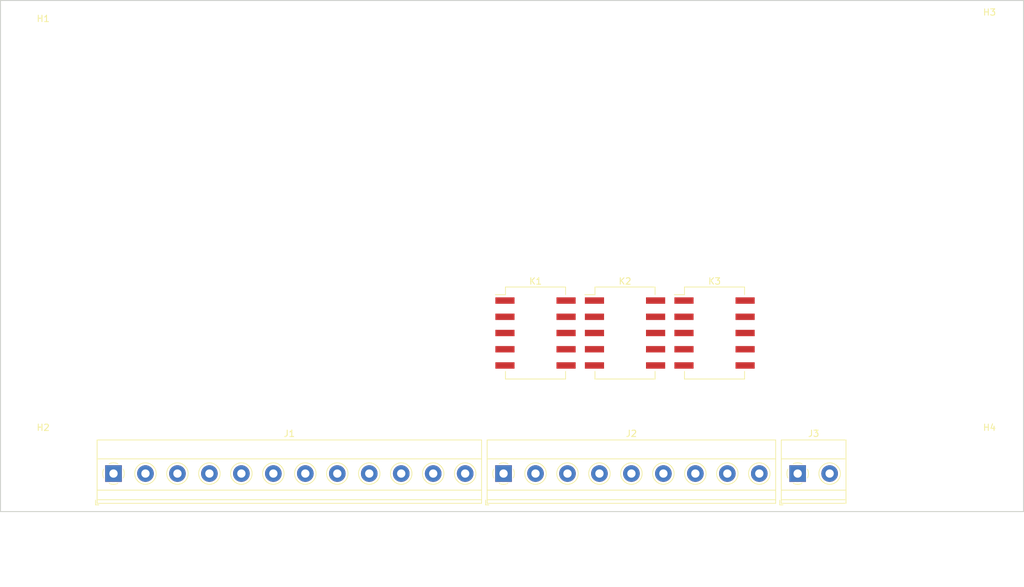
<source format=kicad_pcb>
(kicad_pcb (version 20171130) (host pcbnew 5.0.1)

  (general
    (thickness 1.6)
    (drawings 9)
    (tracks 0)
    (zones 0)
    (modules 10)
    (nets 36)
  )

  (page A4)
  (layers
    (0 F.Cu signal)
    (31 B.Cu signal)
    (32 B.Adhes user)
    (33 F.Adhes user)
    (34 B.Paste user)
    (35 F.Paste user)
    (36 B.SilkS user)
    (37 F.SilkS user)
    (38 B.Mask user)
    (39 F.Mask user)
    (40 Dwgs.User user)
    (41 Cmts.User user)
    (42 Eco1.User user)
    (43 Eco2.User user)
    (44 Edge.Cuts user)
    (45 Margin user)
    (46 B.CrtYd user)
    (47 F.CrtYd user)
    (48 B.Fab user)
    (49 F.Fab user)
  )

  (setup
    (last_trace_width 0.25)
    (trace_clearance 0.2)
    (zone_clearance 0.508)
    (zone_45_only no)
    (trace_min 0.2)
    (segment_width 0.2)
    (edge_width 0.15)
    (via_size 0.8)
    (via_drill 0.4)
    (via_min_size 0.4)
    (via_min_drill 0.3)
    (uvia_size 0.3)
    (uvia_drill 0.1)
    (uvias_allowed no)
    (uvia_min_size 0.2)
    (uvia_min_drill 0.1)
    (pcb_text_width 0.3)
    (pcb_text_size 1.5 1.5)
    (mod_edge_width 0.15)
    (mod_text_size 1 1)
    (mod_text_width 0.15)
    (pad_size 1.524 1.524)
    (pad_drill 0.762)
    (pad_to_mask_clearance 0.051)
    (solder_mask_min_width 0.25)
    (aux_axis_origin 0 0)
    (visible_elements FFFFFF7F)
    (pcbplotparams
      (layerselection 0x010fc_ffffffff)
      (usegerberextensions false)
      (usegerberattributes false)
      (usegerberadvancedattributes false)
      (creategerberjobfile false)
      (excludeedgelayer true)
      (linewidth 0.100000)
      (plotframeref false)
      (viasonmask false)
      (mode 1)
      (useauxorigin false)
      (hpglpennumber 1)
      (hpglpenspeed 20)
      (hpglpendiameter 15.000000)
      (psnegative false)
      (psa4output false)
      (plotreference true)
      (plotvalue true)
      (plotinvisibletext false)
      (padsonsilk false)
      (subtractmaskfromsilk false)
      (outputformat 1)
      (mirror false)
      (drillshape 1)
      (scaleselection 1)
      (outputdirectory ""))
  )

  (net 0 "")
  (net 1 "Net-(K1-Pad1)")
  (net 2 "Net-(K1-Pad6)")
  (net 3 "Net-(K1-Pad7)")
  (net 4 "Net-(K1-Pad10)")
  (net 5 "Net-(K2-Pad10)")
  (net 6 "Net-(K2-Pad7)")
  (net 7 "Net-(K2-Pad6)")
  (net 8 "Net-(K2-Pad1)")
  (net 9 "Net-(K3-Pad1)")
  (net 10 "Net-(K3-Pad6)")
  (net 11 "Net-(K3-Pad7)")
  (net 12 "Net-(K3-Pad10)")
  (net 13 "Net-(J1-Pad1)")
  (net 14 "Net-(J1-Pad2)")
  (net 15 "Net-(J1-Pad3)")
  (net 16 "Net-(J1-Pad4)")
  (net 17 "Net-(J1-Pad5)")
  (net 18 "Net-(J1-Pad6)")
  (net 19 "Net-(J1-Pad7)")
  (net 20 "Net-(J1-Pad8)")
  (net 21 "Net-(J1-Pad9)")
  (net 22 "Net-(J1-Pad10)")
  (net 23 "Net-(J1-Pad11)")
  (net 24 "Net-(J1-Pad12)")
  (net 25 "Net-(J2-Pad9)")
  (net 26 "Net-(J2-Pad8)")
  (net 27 "Net-(J2-Pad7)")
  (net 28 "Net-(J2-Pad6)")
  (net 29 "Net-(J2-Pad5)")
  (net 30 "Net-(J2-Pad4)")
  (net 31 "Net-(J2-Pad3)")
  (net 32 "Net-(J2-Pad2)")
  (net 33 "Net-(J2-Pad1)")
  (net 34 "Net-(J3-Pad1)")
  (net 35 "Net-(J3-Pad2)")

  (net_class Default "This is the default net class."
    (clearance 0.2)
    (trace_width 0.25)
    (via_dia 0.8)
    (via_drill 0.4)
    (uvia_dia 0.3)
    (uvia_drill 0.1)
    (add_net "Net-(J1-Pad1)")
    (add_net "Net-(J1-Pad10)")
    (add_net "Net-(J1-Pad11)")
    (add_net "Net-(J1-Pad12)")
    (add_net "Net-(J1-Pad2)")
    (add_net "Net-(J1-Pad3)")
    (add_net "Net-(J1-Pad4)")
    (add_net "Net-(J1-Pad5)")
    (add_net "Net-(J1-Pad6)")
    (add_net "Net-(J1-Pad7)")
    (add_net "Net-(J1-Pad8)")
    (add_net "Net-(J1-Pad9)")
    (add_net "Net-(J2-Pad1)")
    (add_net "Net-(J2-Pad2)")
    (add_net "Net-(J2-Pad3)")
    (add_net "Net-(J2-Pad4)")
    (add_net "Net-(J2-Pad5)")
    (add_net "Net-(J2-Pad6)")
    (add_net "Net-(J2-Pad7)")
    (add_net "Net-(J2-Pad8)")
    (add_net "Net-(J2-Pad9)")
    (add_net "Net-(J3-Pad1)")
    (add_net "Net-(J3-Pad2)")
    (add_net "Net-(K1-Pad1)")
    (add_net "Net-(K1-Pad10)")
    (add_net "Net-(K1-Pad6)")
    (add_net "Net-(K1-Pad7)")
    (add_net "Net-(K2-Pad1)")
    (add_net "Net-(K2-Pad10)")
    (add_net "Net-(K2-Pad6)")
    (add_net "Net-(K2-Pad7)")
    (add_net "Net-(K3-Pad1)")
    (add_net "Net-(K3-Pad10)")
    (add_net "Net-(K3-Pad6)")
    (add_net "Net-(K3-Pad7)")
  )

  (module Relay_SMD:Relay_DPDT_Omron_G6H-2F (layer F.Cu) (tedit 5A570B2B) (tstamp 5C81F602)
    (at 125 88)
    (descr "package for Omron G6H-2F relais, see http://cdn-reichelt.de/documents/datenblatt/C300/G6H%23OMR.pdf")
    (tags "Omron G6H-2F relais")
    (path /5C75CFE7)
    (attr smd)
    (fp_text reference K1 (at 0 -8.1) (layer F.SilkS)
      (effects (font (size 1 1) (thickness 0.15)))
    )
    (fp_text value G6EU (at 0.254 8.382) (layer F.Fab)
      (effects (font (size 1 1) (thickness 0.15)))
    )
    (fp_line (start -4.572 -6.3) (end -3.65 -7.1) (layer F.Fab) (width 0.12))
    (fp_line (start 4.7 -7.2) (end 4.7 -6) (layer F.SilkS) (width 0.12))
    (fp_line (start -4.7 -6) (end -6.3 -6) (layer F.SilkS) (width 0.12))
    (fp_line (start -4.7 -7.2) (end -4.7 -6) (layer F.SilkS) (width 0.12))
    (fp_line (start 4.7 7.2) (end 4.7 6) (layer F.SilkS) (width 0.12))
    (fp_line (start -4.7 7.2) (end -4.7 6) (layer F.SilkS) (width 0.12))
    (fp_text user %R (at 0 0) (layer F.Fab)
      (effects (font (size 1 1) (thickness 0.15)))
    )
    (fp_line (start -4.7 -7.2) (end 4.7 -7.2) (layer F.SilkS) (width 0.12))
    (fp_line (start 4.7 7.2) (end -4.7 7.2) (layer F.SilkS) (width 0.12))
    (fp_line (start -3.81 -6.477) (end 3.81 -6.477) (layer F.Fab) (width 0.1))
    (fp_line (start -3.65 -7.1) (end 4.572 -7.112) (layer F.Fab) (width 0.1))
    (fp_line (start 4.572 -7.112) (end 4.572 7.112) (layer F.Fab) (width 0.1))
    (fp_line (start 4.572 7.112) (end -4.572 7.112) (layer F.Fab) (width 0.1))
    (fp_line (start -4.572 7.112) (end -4.572 -6.3) (layer F.Fab) (width 0.1))
    (fp_line (start -6.53 -7.36) (end 6.53 -7.36) (layer F.CrtYd) (width 0.05))
    (fp_line (start -6.53 -7.36) (end -6.53 7.36) (layer F.CrtYd) (width 0.05))
    (fp_line (start 6.53 7.36) (end 6.53 -7.36) (layer F.CrtYd) (width 0.05))
    (fp_line (start 6.53 7.36) (end -6.53 7.36) (layer F.CrtYd) (width 0.05))
    (pad 1 smd rect (at -4.78 -5.08) (size 3 1) (layers F.Cu F.Paste F.Mask)
      (net 1 "Net-(K1-Pad1)"))
    (pad 2 smd rect (at -4.78 -2.54) (size 3 1) (layers F.Cu F.Paste F.Mask))
    (pad 3 smd rect (at -4.78 0) (size 3 1) (layers F.Cu F.Paste F.Mask))
    (pad 4 smd rect (at -4.78 2.54) (size 3 1) (layers F.Cu F.Paste F.Mask))
    (pad 5 smd rect (at -4.78 5.08) (size 3 1) (layers F.Cu F.Paste F.Mask))
    (pad 6 smd rect (at 4.78 5.08) (size 3 1) (layers F.Cu F.Paste F.Mask)
      (net 2 "Net-(K1-Pad6)"))
    (pad 7 smd rect (at 4.78 2.54) (size 3 1) (layers F.Cu F.Paste F.Mask)
      (net 3 "Net-(K1-Pad7)"))
    (pad 8 smd rect (at 4.78 0) (size 3 1) (layers F.Cu F.Paste F.Mask))
    (pad 9 smd rect (at 4.78 -2.54) (size 3 1) (layers F.Cu F.Paste F.Mask))
    (pad 10 smd rect (at 4.78 -5.08) (size 3 1) (layers F.Cu F.Paste F.Mask)
      (net 4 "Net-(K1-Pad10)"))
    (model ${KISYS3DMOD}/Relay_SMD.3dshapes/Relay_DPDT_Omron_G6H-2F.wrl
      (at (xyz 0 0 0))
      (scale (xyz 1 1 1))
      (rotate (xyz 0 0 0))
    )
  )

  (module Relay_SMD:Relay_DPDT_Omron_G6H-2F (layer F.Cu) (tedit 5A570B2B) (tstamp 5C81F65F)
    (at 139 88)
    (descr "package for Omron G6H-2F relais, see http://cdn-reichelt.de/documents/datenblatt/C300/G6H%23OMR.pdf")
    (tags "Omron G6H-2F relais")
    (path /5C75D031)
    (attr smd)
    (fp_text reference K2 (at 0 -8.1) (layer F.SilkS)
      (effects (font (size 1 1) (thickness 0.15)))
    )
    (fp_text value G6EU (at 0.254 8.382) (layer F.Fab)
      (effects (font (size 1 1) (thickness 0.15)))
    )
    (fp_line (start 6.53 7.36) (end -6.53 7.36) (layer F.CrtYd) (width 0.05))
    (fp_line (start 6.53 7.36) (end 6.53 -7.36) (layer F.CrtYd) (width 0.05))
    (fp_line (start -6.53 -7.36) (end -6.53 7.36) (layer F.CrtYd) (width 0.05))
    (fp_line (start -6.53 -7.36) (end 6.53 -7.36) (layer F.CrtYd) (width 0.05))
    (fp_line (start -4.572 7.112) (end -4.572 -6.3) (layer F.Fab) (width 0.1))
    (fp_line (start 4.572 7.112) (end -4.572 7.112) (layer F.Fab) (width 0.1))
    (fp_line (start 4.572 -7.112) (end 4.572 7.112) (layer F.Fab) (width 0.1))
    (fp_line (start -3.65 -7.1) (end 4.572 -7.112) (layer F.Fab) (width 0.1))
    (fp_line (start -3.81 -6.477) (end 3.81 -6.477) (layer F.Fab) (width 0.1))
    (fp_line (start 4.7 7.2) (end -4.7 7.2) (layer F.SilkS) (width 0.12))
    (fp_line (start -4.7 -7.2) (end 4.7 -7.2) (layer F.SilkS) (width 0.12))
    (fp_text user %R (at 0 0) (layer F.Fab)
      (effects (font (size 1 1) (thickness 0.15)))
    )
    (fp_line (start -4.7 7.2) (end -4.7 6) (layer F.SilkS) (width 0.12))
    (fp_line (start 4.7 7.2) (end 4.7 6) (layer F.SilkS) (width 0.12))
    (fp_line (start -4.7 -7.2) (end -4.7 -6) (layer F.SilkS) (width 0.12))
    (fp_line (start -4.7 -6) (end -6.3 -6) (layer F.SilkS) (width 0.12))
    (fp_line (start 4.7 -7.2) (end 4.7 -6) (layer F.SilkS) (width 0.12))
    (fp_line (start -4.572 -6.3) (end -3.65 -7.1) (layer F.Fab) (width 0.12))
    (pad 10 smd rect (at 4.78 -5.08) (size 3 1) (layers F.Cu F.Paste F.Mask)
      (net 5 "Net-(K2-Pad10)"))
    (pad 9 smd rect (at 4.78 -2.54) (size 3 1) (layers F.Cu F.Paste F.Mask))
    (pad 8 smd rect (at 4.78 0) (size 3 1) (layers F.Cu F.Paste F.Mask))
    (pad 7 smd rect (at 4.78 2.54) (size 3 1) (layers F.Cu F.Paste F.Mask)
      (net 6 "Net-(K2-Pad7)"))
    (pad 6 smd rect (at 4.78 5.08) (size 3 1) (layers F.Cu F.Paste F.Mask)
      (net 7 "Net-(K2-Pad6)"))
    (pad 5 smd rect (at -4.78 5.08) (size 3 1) (layers F.Cu F.Paste F.Mask))
    (pad 4 smd rect (at -4.78 2.54) (size 3 1) (layers F.Cu F.Paste F.Mask))
    (pad 3 smd rect (at -4.78 0) (size 3 1) (layers F.Cu F.Paste F.Mask))
    (pad 2 smd rect (at -4.78 -2.54) (size 3 1) (layers F.Cu F.Paste F.Mask))
    (pad 1 smd rect (at -4.78 -5.08) (size 3 1) (layers F.Cu F.Paste F.Mask)
      (net 8 "Net-(K2-Pad1)"))
    (model ${KISYS3DMOD}/Relay_SMD.3dshapes/Relay_DPDT_Omron_G6H-2F.wrl
      (at (xyz 0 0 0))
      (scale (xyz 1 1 1))
      (rotate (xyz 0 0 0))
    )
  )

  (module Relay_SMD:Relay_DPDT_Omron_G6H-2F (layer F.Cu) (tedit 5A570B2B) (tstamp 5C81F6BC)
    (at 153 88)
    (descr "package for Omron G6H-2F relais, see http://cdn-reichelt.de/documents/datenblatt/C300/G6H%23OMR.pdf")
    (tags "Omron G6H-2F relais")
    (path /5C75D071)
    (attr smd)
    (fp_text reference K3 (at 0 -8.1) (layer F.SilkS)
      (effects (font (size 1 1) (thickness 0.15)))
    )
    (fp_text value G6EU (at 0.254 8.382) (layer F.Fab)
      (effects (font (size 1 1) (thickness 0.15)))
    )
    (fp_line (start -4.572 -6.3) (end -3.65 -7.1) (layer F.Fab) (width 0.12))
    (fp_line (start 4.7 -7.2) (end 4.7 -6) (layer F.SilkS) (width 0.12))
    (fp_line (start -4.7 -6) (end -6.3 -6) (layer F.SilkS) (width 0.12))
    (fp_line (start -4.7 -7.2) (end -4.7 -6) (layer F.SilkS) (width 0.12))
    (fp_line (start 4.7 7.2) (end 4.7 6) (layer F.SilkS) (width 0.12))
    (fp_line (start -4.7 7.2) (end -4.7 6) (layer F.SilkS) (width 0.12))
    (fp_text user %R (at 0 0) (layer F.Fab)
      (effects (font (size 1 1) (thickness 0.15)))
    )
    (fp_line (start -4.7 -7.2) (end 4.7 -7.2) (layer F.SilkS) (width 0.12))
    (fp_line (start 4.7 7.2) (end -4.7 7.2) (layer F.SilkS) (width 0.12))
    (fp_line (start -3.81 -6.477) (end 3.81 -6.477) (layer F.Fab) (width 0.1))
    (fp_line (start -3.65 -7.1) (end 4.572 -7.112) (layer F.Fab) (width 0.1))
    (fp_line (start 4.572 -7.112) (end 4.572 7.112) (layer F.Fab) (width 0.1))
    (fp_line (start 4.572 7.112) (end -4.572 7.112) (layer F.Fab) (width 0.1))
    (fp_line (start -4.572 7.112) (end -4.572 -6.3) (layer F.Fab) (width 0.1))
    (fp_line (start -6.53 -7.36) (end 6.53 -7.36) (layer F.CrtYd) (width 0.05))
    (fp_line (start -6.53 -7.36) (end -6.53 7.36) (layer F.CrtYd) (width 0.05))
    (fp_line (start 6.53 7.36) (end 6.53 -7.36) (layer F.CrtYd) (width 0.05))
    (fp_line (start 6.53 7.36) (end -6.53 7.36) (layer F.CrtYd) (width 0.05))
    (pad 1 smd rect (at -4.78 -5.08) (size 3 1) (layers F.Cu F.Paste F.Mask)
      (net 9 "Net-(K3-Pad1)"))
    (pad 2 smd rect (at -4.78 -2.54) (size 3 1) (layers F.Cu F.Paste F.Mask))
    (pad 3 smd rect (at -4.78 0) (size 3 1) (layers F.Cu F.Paste F.Mask))
    (pad 4 smd rect (at -4.78 2.54) (size 3 1) (layers F.Cu F.Paste F.Mask))
    (pad 5 smd rect (at -4.78 5.08) (size 3 1) (layers F.Cu F.Paste F.Mask))
    (pad 6 smd rect (at 4.78 5.08) (size 3 1) (layers F.Cu F.Paste F.Mask)
      (net 10 "Net-(K3-Pad6)"))
    (pad 7 smd rect (at 4.78 2.54) (size 3 1) (layers F.Cu F.Paste F.Mask)
      (net 11 "Net-(K3-Pad7)"))
    (pad 8 smd rect (at 4.78 0) (size 3 1) (layers F.Cu F.Paste F.Mask))
    (pad 9 smd rect (at 4.78 -2.54) (size 3 1) (layers F.Cu F.Paste F.Mask))
    (pad 10 smd rect (at 4.78 -5.08) (size 3 1) (layers F.Cu F.Paste F.Mask)
      (net 12 "Net-(K3-Pad10)"))
    (model ${KISYS3DMOD}/Relay_SMD.3dshapes/Relay_DPDT_Omron_G6H-2F.wrl
      (at (xyz 0 0 0))
      (scale (xyz 1 1 1))
      (rotate (xyz 0 0 0))
    )
  )

  (module TerminalBlock_Phoenix:TerminalBlock_Phoenix_MKDS-1,5-12_1x12_P5.00mm_Horizontal (layer F.Cu) (tedit 5B294EF7) (tstamp 5C95FE35)
    (at 59 110)
    (descr "Terminal Block Phoenix MKDS-1,5-12, 12 pins, pitch 5mm, size 60x9.8mm^2, drill diamater 1.3mm, pad diameter 2.6mm, see http://www.farnell.com/datasheets/100425.pdf, script-generated using https://github.com/pointhi/kicad-footprint-generator/scripts/TerminalBlock_Phoenix")
    (tags "THT Terminal Block Phoenix MKDS-1,5-12 pitch 5mm size 60x9.8mm^2 drill 1.3mm pad 2.6mm")
    (path /5C75D32A)
    (fp_text reference J1 (at 27.5 -6.26) (layer F.SilkS)
      (effects (font (size 1 1) (thickness 0.15)))
    )
    (fp_text value Conn_01x12 (at 27 -1) (layer F.Fab)
      (effects (font (size 1 1) (thickness 0.15)))
    )
    (fp_arc (start 0 0) (end 0 1.68) (angle -24) (layer F.SilkS) (width 0.12))
    (fp_arc (start 0 0) (end 1.535 0.684) (angle -48) (layer F.SilkS) (width 0.12))
    (fp_arc (start 0 0) (end 0.684 -1.535) (angle -48) (layer F.SilkS) (width 0.12))
    (fp_arc (start 0 0) (end -1.535 -0.684) (angle -48) (layer F.SilkS) (width 0.12))
    (fp_arc (start 0 0) (end -0.684 1.535) (angle -25) (layer F.SilkS) (width 0.12))
    (fp_circle (center 0 0) (end 1.5 0) (layer F.Fab) (width 0.1))
    (fp_circle (center 5 0) (end 6.5 0) (layer F.Fab) (width 0.1))
    (fp_circle (center 5 0) (end 6.68 0) (layer F.SilkS) (width 0.12))
    (fp_circle (center 10 0) (end 11.5 0) (layer F.Fab) (width 0.1))
    (fp_circle (center 10 0) (end 11.68 0) (layer F.SilkS) (width 0.12))
    (fp_circle (center 15 0) (end 16.5 0) (layer F.Fab) (width 0.1))
    (fp_circle (center 15 0) (end 16.68 0) (layer F.SilkS) (width 0.12))
    (fp_circle (center 20 0) (end 21.5 0) (layer F.Fab) (width 0.1))
    (fp_circle (center 20 0) (end 21.68 0) (layer F.SilkS) (width 0.12))
    (fp_circle (center 25 0) (end 26.5 0) (layer F.Fab) (width 0.1))
    (fp_circle (center 25 0) (end 26.68 0) (layer F.SilkS) (width 0.12))
    (fp_circle (center 30 0) (end 31.5 0) (layer F.Fab) (width 0.1))
    (fp_circle (center 30 0) (end 31.68 0) (layer F.SilkS) (width 0.12))
    (fp_circle (center 35 0) (end 36.5 0) (layer F.Fab) (width 0.1))
    (fp_circle (center 35 0) (end 36.68 0) (layer F.SilkS) (width 0.12))
    (fp_circle (center 40 0) (end 41.5 0) (layer F.Fab) (width 0.1))
    (fp_circle (center 40 0) (end 41.68 0) (layer F.SilkS) (width 0.12))
    (fp_circle (center 45 0) (end 46.5 0) (layer F.Fab) (width 0.1))
    (fp_circle (center 45 0) (end 46.68 0) (layer F.SilkS) (width 0.12))
    (fp_circle (center 50 0) (end 51.5 0) (layer F.Fab) (width 0.1))
    (fp_circle (center 50 0) (end 51.68 0) (layer F.SilkS) (width 0.12))
    (fp_circle (center 55 0) (end 56.5 0) (layer F.Fab) (width 0.1))
    (fp_circle (center 55 0) (end 56.68 0) (layer F.SilkS) (width 0.12))
    (fp_line (start -2.5 -5.2) (end 57.5 -5.2) (layer F.Fab) (width 0.1))
    (fp_line (start 57.5 -5.2) (end 57.5 4.6) (layer F.Fab) (width 0.1))
    (fp_line (start 57.5 4.6) (end -2 4.6) (layer F.Fab) (width 0.1))
    (fp_line (start -2 4.6) (end -2.5 4.1) (layer F.Fab) (width 0.1))
    (fp_line (start -2.5 4.1) (end -2.5 -5.2) (layer F.Fab) (width 0.1))
    (fp_line (start -2.5 4.1) (end 57.5 4.1) (layer F.Fab) (width 0.1))
    (fp_line (start -2.56 4.1) (end 57.56 4.1) (layer F.SilkS) (width 0.12))
    (fp_line (start -2.5 2.6) (end 57.5 2.6) (layer F.Fab) (width 0.1))
    (fp_line (start -2.56 2.6) (end 57.56 2.6) (layer F.SilkS) (width 0.12))
    (fp_line (start -2.5 -2.3) (end 57.5 -2.3) (layer F.Fab) (width 0.1))
    (fp_line (start -2.56 -2.301) (end 57.56 -2.301) (layer F.SilkS) (width 0.12))
    (fp_line (start -2.56 -5.261) (end 57.56 -5.261) (layer F.SilkS) (width 0.12))
    (fp_line (start -2.56 4.66) (end 57.56 4.66) (layer F.SilkS) (width 0.12))
    (fp_line (start -2.56 -5.261) (end -2.56 4.66) (layer F.SilkS) (width 0.12))
    (fp_line (start 57.56 -5.261) (end 57.56 4.66) (layer F.SilkS) (width 0.12))
    (fp_line (start 1.138 -0.955) (end -0.955 1.138) (layer F.Fab) (width 0.1))
    (fp_line (start 0.955 -1.138) (end -1.138 0.955) (layer F.Fab) (width 0.1))
    (fp_line (start 6.138 -0.955) (end 4.046 1.138) (layer F.Fab) (width 0.1))
    (fp_line (start 5.955 -1.138) (end 3.863 0.955) (layer F.Fab) (width 0.1))
    (fp_line (start 6.275 -1.069) (end 6.228 -1.023) (layer F.SilkS) (width 0.12))
    (fp_line (start 3.966 1.239) (end 3.931 1.274) (layer F.SilkS) (width 0.12))
    (fp_line (start 6.07 -1.275) (end 6.035 -1.239) (layer F.SilkS) (width 0.12))
    (fp_line (start 3.773 1.023) (end 3.726 1.069) (layer F.SilkS) (width 0.12))
    (fp_line (start 11.138 -0.955) (end 9.046 1.138) (layer F.Fab) (width 0.1))
    (fp_line (start 10.955 -1.138) (end 8.863 0.955) (layer F.Fab) (width 0.1))
    (fp_line (start 11.275 -1.069) (end 11.228 -1.023) (layer F.SilkS) (width 0.12))
    (fp_line (start 8.966 1.239) (end 8.931 1.274) (layer F.SilkS) (width 0.12))
    (fp_line (start 11.07 -1.275) (end 11.035 -1.239) (layer F.SilkS) (width 0.12))
    (fp_line (start 8.773 1.023) (end 8.726 1.069) (layer F.SilkS) (width 0.12))
    (fp_line (start 16.138 -0.955) (end 14.046 1.138) (layer F.Fab) (width 0.1))
    (fp_line (start 15.955 -1.138) (end 13.863 0.955) (layer F.Fab) (width 0.1))
    (fp_line (start 16.275 -1.069) (end 16.228 -1.023) (layer F.SilkS) (width 0.12))
    (fp_line (start 13.966 1.239) (end 13.931 1.274) (layer F.SilkS) (width 0.12))
    (fp_line (start 16.07 -1.275) (end 16.035 -1.239) (layer F.SilkS) (width 0.12))
    (fp_line (start 13.773 1.023) (end 13.726 1.069) (layer F.SilkS) (width 0.12))
    (fp_line (start 21.138 -0.955) (end 19.046 1.138) (layer F.Fab) (width 0.1))
    (fp_line (start 20.955 -1.138) (end 18.863 0.955) (layer F.Fab) (width 0.1))
    (fp_line (start 21.275 -1.069) (end 21.228 -1.023) (layer F.SilkS) (width 0.12))
    (fp_line (start 18.966 1.239) (end 18.931 1.274) (layer F.SilkS) (width 0.12))
    (fp_line (start 21.07 -1.275) (end 21.035 -1.239) (layer F.SilkS) (width 0.12))
    (fp_line (start 18.773 1.023) (end 18.726 1.069) (layer F.SilkS) (width 0.12))
    (fp_line (start 26.138 -0.955) (end 24.046 1.138) (layer F.Fab) (width 0.1))
    (fp_line (start 25.955 -1.138) (end 23.863 0.955) (layer F.Fab) (width 0.1))
    (fp_line (start 26.275 -1.069) (end 26.228 -1.023) (layer F.SilkS) (width 0.12))
    (fp_line (start 23.966 1.239) (end 23.931 1.274) (layer F.SilkS) (width 0.12))
    (fp_line (start 26.07 -1.275) (end 26.035 -1.239) (layer F.SilkS) (width 0.12))
    (fp_line (start 23.773 1.023) (end 23.726 1.069) (layer F.SilkS) (width 0.12))
    (fp_line (start 31.138 -0.955) (end 29.046 1.138) (layer F.Fab) (width 0.1))
    (fp_line (start 30.955 -1.138) (end 28.863 0.955) (layer F.Fab) (width 0.1))
    (fp_line (start 31.275 -1.069) (end 31.228 -1.023) (layer F.SilkS) (width 0.12))
    (fp_line (start 28.966 1.239) (end 28.931 1.274) (layer F.SilkS) (width 0.12))
    (fp_line (start 31.07 -1.275) (end 31.035 -1.239) (layer F.SilkS) (width 0.12))
    (fp_line (start 28.773 1.023) (end 28.726 1.069) (layer F.SilkS) (width 0.12))
    (fp_line (start 36.138 -0.955) (end 34.046 1.138) (layer F.Fab) (width 0.1))
    (fp_line (start 35.955 -1.138) (end 33.863 0.955) (layer F.Fab) (width 0.1))
    (fp_line (start 36.275 -1.069) (end 36.228 -1.023) (layer F.SilkS) (width 0.12))
    (fp_line (start 33.966 1.239) (end 33.931 1.274) (layer F.SilkS) (width 0.12))
    (fp_line (start 36.07 -1.275) (end 36.035 -1.239) (layer F.SilkS) (width 0.12))
    (fp_line (start 33.773 1.023) (end 33.726 1.069) (layer F.SilkS) (width 0.12))
    (fp_line (start 41.138 -0.955) (end 39.046 1.138) (layer F.Fab) (width 0.1))
    (fp_line (start 40.955 -1.138) (end 38.863 0.955) (layer F.Fab) (width 0.1))
    (fp_line (start 41.275 -1.069) (end 41.228 -1.023) (layer F.SilkS) (width 0.12))
    (fp_line (start 38.966 1.239) (end 38.931 1.274) (layer F.SilkS) (width 0.12))
    (fp_line (start 41.07 -1.275) (end 41.035 -1.239) (layer F.SilkS) (width 0.12))
    (fp_line (start 38.773 1.023) (end 38.726 1.069) (layer F.SilkS) (width 0.12))
    (fp_line (start 46.138 -0.955) (end 44.046 1.138) (layer F.Fab) (width 0.1))
    (fp_line (start 45.955 -1.138) (end 43.863 0.955) (layer F.Fab) (width 0.1))
    (fp_line (start 46.275 -1.069) (end 46.228 -1.023) (layer F.SilkS) (width 0.12))
    (fp_line (start 43.966 1.239) (end 43.931 1.274) (layer F.SilkS) (width 0.12))
    (fp_line (start 46.07 -1.275) (end 46.035 -1.239) (layer F.SilkS) (width 0.12))
    (fp_line (start 43.773 1.023) (end 43.726 1.069) (layer F.SilkS) (width 0.12))
    (fp_line (start 51.138 -0.955) (end 49.046 1.138) (layer F.Fab) (width 0.1))
    (fp_line (start 50.955 -1.138) (end 48.863 0.955) (layer F.Fab) (width 0.1))
    (fp_line (start 51.275 -1.069) (end 51.228 -1.023) (layer F.SilkS) (width 0.12))
    (fp_line (start 48.966 1.239) (end 48.931 1.274) (layer F.SilkS) (width 0.12))
    (fp_line (start 51.07 -1.275) (end 51.035 -1.239) (layer F.SilkS) (width 0.12))
    (fp_line (start 48.773 1.023) (end 48.726 1.069) (layer F.SilkS) (width 0.12))
    (fp_line (start 56.138 -0.955) (end 54.046 1.138) (layer F.Fab) (width 0.1))
    (fp_line (start 55.955 -1.138) (end 53.863 0.955) (layer F.Fab) (width 0.1))
    (fp_line (start 56.275 -1.069) (end 56.228 -1.023) (layer F.SilkS) (width 0.12))
    (fp_line (start 53.966 1.239) (end 53.931 1.274) (layer F.SilkS) (width 0.12))
    (fp_line (start 56.07 -1.275) (end 56.035 -1.239) (layer F.SilkS) (width 0.12))
    (fp_line (start 53.773 1.023) (end 53.726 1.069) (layer F.SilkS) (width 0.12))
    (fp_line (start -2.8 4.16) (end -2.8 4.9) (layer F.SilkS) (width 0.12))
    (fp_line (start -2.8 4.9) (end -2.3 4.9) (layer F.SilkS) (width 0.12))
    (fp_line (start -3 -5.71) (end -3 5.1) (layer F.CrtYd) (width 0.05))
    (fp_line (start -3 5.1) (end 58 5.1) (layer F.CrtYd) (width 0.05))
    (fp_line (start 58 5.1) (end 58 -5.71) (layer F.CrtYd) (width 0.05))
    (fp_line (start 58 -5.71) (end -3 -5.71) (layer F.CrtYd) (width 0.05))
    (fp_text user %R (at 27.5 3.2) (layer F.Fab)
      (effects (font (size 1 1) (thickness 0.15)))
    )
    (pad 1 thru_hole rect (at 0 0) (size 2.6 2.6) (drill 1.3) (layers *.Cu *.Mask)
      (net 13 "Net-(J1-Pad1)"))
    (pad 2 thru_hole circle (at 5 0) (size 2.6 2.6) (drill 1.3) (layers *.Cu *.Mask)
      (net 14 "Net-(J1-Pad2)"))
    (pad 3 thru_hole circle (at 10 0) (size 2.6 2.6) (drill 1.3) (layers *.Cu *.Mask)
      (net 15 "Net-(J1-Pad3)"))
    (pad 4 thru_hole circle (at 15 0) (size 2.6 2.6) (drill 1.3) (layers *.Cu *.Mask)
      (net 16 "Net-(J1-Pad4)"))
    (pad 5 thru_hole circle (at 20 0) (size 2.6 2.6) (drill 1.3) (layers *.Cu *.Mask)
      (net 17 "Net-(J1-Pad5)"))
    (pad 6 thru_hole circle (at 25 0) (size 2.6 2.6) (drill 1.3) (layers *.Cu *.Mask)
      (net 18 "Net-(J1-Pad6)"))
    (pad 7 thru_hole circle (at 30 0) (size 2.6 2.6) (drill 1.3) (layers *.Cu *.Mask)
      (net 19 "Net-(J1-Pad7)"))
    (pad 8 thru_hole circle (at 35 0) (size 2.6 2.6) (drill 1.3) (layers *.Cu *.Mask)
      (net 20 "Net-(J1-Pad8)"))
    (pad 9 thru_hole circle (at 40 0) (size 2.6 2.6) (drill 1.3) (layers *.Cu *.Mask)
      (net 21 "Net-(J1-Pad9)"))
    (pad 10 thru_hole circle (at 45 0) (size 2.6 2.6) (drill 1.3) (layers *.Cu *.Mask)
      (net 22 "Net-(J1-Pad10)"))
    (pad 11 thru_hole circle (at 50 0) (size 2.6 2.6) (drill 1.3) (layers *.Cu *.Mask)
      (net 23 "Net-(J1-Pad11)"))
    (pad 12 thru_hole circle (at 55 0) (size 2.6 2.6) (drill 1.3) (layers *.Cu *.Mask)
      (net 24 "Net-(J1-Pad12)"))
    (model ${KISYS3DMOD}/TerminalBlock_Phoenix.3dshapes/TerminalBlock_Phoenix_MKDS-1,5-12_1x12_P5.00mm_Horizontal.wrl
      (at (xyz 0 0 0))
      (scale (xyz 1 1 1))
      (rotate (xyz 0 0 0))
    )
    (model /home/jon/temp/kicad3d/TerminalBlock_Altech.3dshapes/Altech_AK300_1x12_P5.00mm_45-Degree.step
      (at (xyz 0 0 0))
      (scale (xyz 1 1 1))
      (rotate (xyz 0 0 0))
    )
  )

  (module TerminalBlock_Phoenix:TerminalBlock_Phoenix_MKDS-1,5-2_1x02_P5.00mm_Horizontal (layer F.Cu) (tedit 5B294EE5) (tstamp 5C95FF6D)
    (at 166 110)
    (descr "Terminal Block Phoenix MKDS-1,5-2, 2 pins, pitch 5mm, size 10x9.8mm^2, drill diamater 1.3mm, pad diameter 2.6mm, see http://www.farnell.com/datasheets/100425.pdf, script-generated using https://github.com/pointhi/kicad-footprint-generator/scripts/TerminalBlock_Phoenix")
    (tags "THT Terminal Block Phoenix MKDS-1,5-2 pitch 5mm size 10x9.8mm^2 drill 1.3mm pad 2.6mm")
    (path /5C75D985)
    (fp_text reference J3 (at 2.5 -6.26) (layer F.SilkS)
      (effects (font (size 1 1) (thickness 0.15)))
    )
    (fp_text value Conn_01x02 (at 2.5 5.66) (layer F.Fab)
      (effects (font (size 1 1) (thickness 0.15)))
    )
    (fp_arc (start 0 0) (end 0 1.68) (angle -24) (layer F.SilkS) (width 0.12))
    (fp_arc (start 0 0) (end 1.535 0.684) (angle -48) (layer F.SilkS) (width 0.12))
    (fp_arc (start 0 0) (end 0.684 -1.535) (angle -48) (layer F.SilkS) (width 0.12))
    (fp_arc (start 0 0) (end -1.535 -0.684) (angle -48) (layer F.SilkS) (width 0.12))
    (fp_arc (start 0 0) (end -0.684 1.535) (angle -25) (layer F.SilkS) (width 0.12))
    (fp_circle (center 0 0) (end 1.5 0) (layer F.Fab) (width 0.1))
    (fp_circle (center 5 0) (end 6.5 0) (layer F.Fab) (width 0.1))
    (fp_circle (center 5 0) (end 6.68 0) (layer F.SilkS) (width 0.12))
    (fp_line (start -2.5 -5.2) (end 7.5 -5.2) (layer F.Fab) (width 0.1))
    (fp_line (start 7.5 -5.2) (end 7.5 4.6) (layer F.Fab) (width 0.1))
    (fp_line (start 7.5 4.6) (end -2 4.6) (layer F.Fab) (width 0.1))
    (fp_line (start -2 4.6) (end -2.5 4.1) (layer F.Fab) (width 0.1))
    (fp_line (start -2.5 4.1) (end -2.5 -5.2) (layer F.Fab) (width 0.1))
    (fp_line (start -2.5 4.1) (end 7.5 4.1) (layer F.Fab) (width 0.1))
    (fp_line (start -2.56 4.1) (end 7.56 4.1) (layer F.SilkS) (width 0.12))
    (fp_line (start -2.5 2.6) (end 7.5 2.6) (layer F.Fab) (width 0.1))
    (fp_line (start -2.56 2.6) (end 7.56 2.6) (layer F.SilkS) (width 0.12))
    (fp_line (start -2.5 -2.3) (end 7.5 -2.3) (layer F.Fab) (width 0.1))
    (fp_line (start -2.56 -2.301) (end 7.56 -2.301) (layer F.SilkS) (width 0.12))
    (fp_line (start -2.56 -5.261) (end 7.56 -5.261) (layer F.SilkS) (width 0.12))
    (fp_line (start -2.56 4.66) (end 7.56 4.66) (layer F.SilkS) (width 0.12))
    (fp_line (start -2.56 -5.261) (end -2.56 4.66) (layer F.SilkS) (width 0.12))
    (fp_line (start 7.56 -5.261) (end 7.56 4.66) (layer F.SilkS) (width 0.12))
    (fp_line (start 1.138 -0.955) (end -0.955 1.138) (layer F.Fab) (width 0.1))
    (fp_line (start 0.955 -1.138) (end -1.138 0.955) (layer F.Fab) (width 0.1))
    (fp_line (start 6.138 -0.955) (end 4.046 1.138) (layer F.Fab) (width 0.1))
    (fp_line (start 5.955 -1.138) (end 3.863 0.955) (layer F.Fab) (width 0.1))
    (fp_line (start 6.275 -1.069) (end 6.228 -1.023) (layer F.SilkS) (width 0.12))
    (fp_line (start 3.966 1.239) (end 3.931 1.274) (layer F.SilkS) (width 0.12))
    (fp_line (start 6.07 -1.275) (end 6.035 -1.239) (layer F.SilkS) (width 0.12))
    (fp_line (start 3.773 1.023) (end 3.726 1.069) (layer F.SilkS) (width 0.12))
    (fp_line (start -2.8 4.16) (end -2.8 4.9) (layer F.SilkS) (width 0.12))
    (fp_line (start -2.8 4.9) (end -2.3 4.9) (layer F.SilkS) (width 0.12))
    (fp_line (start -3 -5.71) (end -3 5.1) (layer F.CrtYd) (width 0.05))
    (fp_line (start -3 5.1) (end 8 5.1) (layer F.CrtYd) (width 0.05))
    (fp_line (start 8 5.1) (end 8 -5.71) (layer F.CrtYd) (width 0.05))
    (fp_line (start 8 -5.71) (end -3 -5.71) (layer F.CrtYd) (width 0.05))
    (fp_text user %R (at 2.5 3.2) (layer F.Fab)
      (effects (font (size 1 1) (thickness 0.15)))
    )
    (pad 1 thru_hole rect (at 0 0) (size 2.6 2.6) (drill 1.3) (layers *.Cu *.Mask)
      (net 34 "Net-(J3-Pad1)"))
    (pad 2 thru_hole circle (at 5 0) (size 2.6 2.6) (drill 1.3) (layers *.Cu *.Mask)
      (net 35 "Net-(J3-Pad2)"))
    (model ${KISYS3DMOD}/TerminalBlock_Phoenix.3dshapes/TerminalBlock_Phoenix_MKDS-1,5-2_1x02_P5.00mm_Horizontal.wrl
      (at (xyz 0 0 0))
      (scale (xyz 1 1 1))
      (rotate (xyz 0 0 0))
    )
    (model /home/jon/temp/kicad3d/TerminalBlock_Altech.3dshapes/Altech_AK300_1x02_P5.00mm_45-Degree.step
      (at (xyz 0 0 0))
      (scale (xyz 1 1 1))
      (rotate (xyz 0 0 0))
    )
  )

  (module TerminalBlock_Phoenix:TerminalBlock_Phoenix_MKDS-1,5-9_1x09_P5.00mm_Horizontal (layer F.Cu) (tedit 5B294EEC) (tstamp 5C9F313A)
    (at 120 110)
    (descr "Terminal Block Phoenix MKDS-1,5-9, 9 pins, pitch 5mm, size 45x9.8mm^2, drill diamater 1.3mm, pad diameter 2.6mm, see http://www.farnell.com/datasheets/100425.pdf, script-generated using https://github.com/pointhi/kicad-footprint-generator/scripts/TerminalBlock_Phoenix")
    (tags "THT Terminal Block Phoenix MKDS-1,5-9 pitch 5mm size 45x9.8mm^2 drill 1.3mm pad 2.6mm")
    (path /5C75D47B)
    (fp_text reference J2 (at 20 -6.26) (layer F.SilkS)
      (effects (font (size 1 1) (thickness 0.15)))
    )
    (fp_text value Conn_01x12 (at 20 5.66) (layer F.Fab)
      (effects (font (size 1 1) (thickness 0.15)))
    )
    (fp_arc (start 0 0) (end 0 1.68) (angle -24) (layer F.SilkS) (width 0.12))
    (fp_arc (start 0 0) (end 1.535 0.684) (angle -48) (layer F.SilkS) (width 0.12))
    (fp_arc (start 0 0) (end 0.684 -1.535) (angle -48) (layer F.SilkS) (width 0.12))
    (fp_arc (start 0 0) (end -1.535 -0.684) (angle -48) (layer F.SilkS) (width 0.12))
    (fp_arc (start 0 0) (end -0.684 1.535) (angle -25) (layer F.SilkS) (width 0.12))
    (fp_circle (center 0 0) (end 1.5 0) (layer F.Fab) (width 0.1))
    (fp_circle (center 5 0) (end 6.5 0) (layer F.Fab) (width 0.1))
    (fp_circle (center 5 0) (end 6.68 0) (layer F.SilkS) (width 0.12))
    (fp_circle (center 10 0) (end 11.5 0) (layer F.Fab) (width 0.1))
    (fp_circle (center 10 0) (end 11.68 0) (layer F.SilkS) (width 0.12))
    (fp_circle (center 15 0) (end 16.5 0) (layer F.Fab) (width 0.1))
    (fp_circle (center 15 0) (end 16.68 0) (layer F.SilkS) (width 0.12))
    (fp_circle (center 20 0) (end 21.5 0) (layer F.Fab) (width 0.1))
    (fp_circle (center 20 0) (end 21.68 0) (layer F.SilkS) (width 0.12))
    (fp_circle (center 25 0) (end 26.5 0) (layer F.Fab) (width 0.1))
    (fp_circle (center 25 0) (end 26.68 0) (layer F.SilkS) (width 0.12))
    (fp_circle (center 30 0) (end 31.5 0) (layer F.Fab) (width 0.1))
    (fp_circle (center 30 0) (end 31.68 0) (layer F.SilkS) (width 0.12))
    (fp_circle (center 35 0) (end 36.5 0) (layer F.Fab) (width 0.1))
    (fp_circle (center 35 0) (end 36.68 0) (layer F.SilkS) (width 0.12))
    (fp_circle (center 40 0) (end 41.5 0) (layer F.Fab) (width 0.1))
    (fp_circle (center 40 0) (end 41.68 0) (layer F.SilkS) (width 0.12))
    (fp_line (start -2.5 -5.2) (end 42.5 -5.2) (layer F.Fab) (width 0.1))
    (fp_line (start 42.5 -5.2) (end 42.5 4.6) (layer F.Fab) (width 0.1))
    (fp_line (start 42.5 4.6) (end -2 4.6) (layer F.Fab) (width 0.1))
    (fp_line (start -2 4.6) (end -2.5 4.1) (layer F.Fab) (width 0.1))
    (fp_line (start -2.5 4.1) (end -2.5 -5.2) (layer F.Fab) (width 0.1))
    (fp_line (start -2.5 4.1) (end 42.5 4.1) (layer F.Fab) (width 0.1))
    (fp_line (start -2.56 4.1) (end 42.56 4.1) (layer F.SilkS) (width 0.12))
    (fp_line (start -2.5 2.6) (end 42.5 2.6) (layer F.Fab) (width 0.1))
    (fp_line (start -2.56 2.6) (end 42.56 2.6) (layer F.SilkS) (width 0.12))
    (fp_line (start -2.5 -2.3) (end 42.5 -2.3) (layer F.Fab) (width 0.1))
    (fp_line (start -2.56 -2.301) (end 42.56 -2.301) (layer F.SilkS) (width 0.12))
    (fp_line (start -2.56 -5.261) (end 42.56 -5.261) (layer F.SilkS) (width 0.12))
    (fp_line (start -2.56 4.66) (end 42.56 4.66) (layer F.SilkS) (width 0.12))
    (fp_line (start -2.56 -5.261) (end -2.56 4.66) (layer F.SilkS) (width 0.12))
    (fp_line (start 42.56 -5.261) (end 42.56 4.66) (layer F.SilkS) (width 0.12))
    (fp_line (start 1.138 -0.955) (end -0.955 1.138) (layer F.Fab) (width 0.1))
    (fp_line (start 0.955 -1.138) (end -1.138 0.955) (layer F.Fab) (width 0.1))
    (fp_line (start 6.138 -0.955) (end 4.046 1.138) (layer F.Fab) (width 0.1))
    (fp_line (start 5.955 -1.138) (end 3.863 0.955) (layer F.Fab) (width 0.1))
    (fp_line (start 6.275 -1.069) (end 6.228 -1.023) (layer F.SilkS) (width 0.12))
    (fp_line (start 3.966 1.239) (end 3.931 1.274) (layer F.SilkS) (width 0.12))
    (fp_line (start 6.07 -1.275) (end 6.035 -1.239) (layer F.SilkS) (width 0.12))
    (fp_line (start 3.773 1.023) (end 3.726 1.069) (layer F.SilkS) (width 0.12))
    (fp_line (start 11.138 -0.955) (end 9.046 1.138) (layer F.Fab) (width 0.1))
    (fp_line (start 10.955 -1.138) (end 8.863 0.955) (layer F.Fab) (width 0.1))
    (fp_line (start 11.275 -1.069) (end 11.228 -1.023) (layer F.SilkS) (width 0.12))
    (fp_line (start 8.966 1.239) (end 8.931 1.274) (layer F.SilkS) (width 0.12))
    (fp_line (start 11.07 -1.275) (end 11.035 -1.239) (layer F.SilkS) (width 0.12))
    (fp_line (start 8.773 1.023) (end 8.726 1.069) (layer F.SilkS) (width 0.12))
    (fp_line (start 16.138 -0.955) (end 14.046 1.138) (layer F.Fab) (width 0.1))
    (fp_line (start 15.955 -1.138) (end 13.863 0.955) (layer F.Fab) (width 0.1))
    (fp_line (start 16.275 -1.069) (end 16.228 -1.023) (layer F.SilkS) (width 0.12))
    (fp_line (start 13.966 1.239) (end 13.931 1.274) (layer F.SilkS) (width 0.12))
    (fp_line (start 16.07 -1.275) (end 16.035 -1.239) (layer F.SilkS) (width 0.12))
    (fp_line (start 13.773 1.023) (end 13.726 1.069) (layer F.SilkS) (width 0.12))
    (fp_line (start 21.138 -0.955) (end 19.046 1.138) (layer F.Fab) (width 0.1))
    (fp_line (start 20.955 -1.138) (end 18.863 0.955) (layer F.Fab) (width 0.1))
    (fp_line (start 21.275 -1.069) (end 21.228 -1.023) (layer F.SilkS) (width 0.12))
    (fp_line (start 18.966 1.239) (end 18.931 1.274) (layer F.SilkS) (width 0.12))
    (fp_line (start 21.07 -1.275) (end 21.035 -1.239) (layer F.SilkS) (width 0.12))
    (fp_line (start 18.773 1.023) (end 18.726 1.069) (layer F.SilkS) (width 0.12))
    (fp_line (start 26.138 -0.955) (end 24.046 1.138) (layer F.Fab) (width 0.1))
    (fp_line (start 25.955 -1.138) (end 23.863 0.955) (layer F.Fab) (width 0.1))
    (fp_line (start 26.275 -1.069) (end 26.228 -1.023) (layer F.SilkS) (width 0.12))
    (fp_line (start 23.966 1.239) (end 23.931 1.274) (layer F.SilkS) (width 0.12))
    (fp_line (start 26.07 -1.275) (end 26.035 -1.239) (layer F.SilkS) (width 0.12))
    (fp_line (start 23.773 1.023) (end 23.726 1.069) (layer F.SilkS) (width 0.12))
    (fp_line (start 31.138 -0.955) (end 29.046 1.138) (layer F.Fab) (width 0.1))
    (fp_line (start 30.955 -1.138) (end 28.863 0.955) (layer F.Fab) (width 0.1))
    (fp_line (start 31.275 -1.069) (end 31.228 -1.023) (layer F.SilkS) (width 0.12))
    (fp_line (start 28.966 1.239) (end 28.931 1.274) (layer F.SilkS) (width 0.12))
    (fp_line (start 31.07 -1.275) (end 31.035 -1.239) (layer F.SilkS) (width 0.12))
    (fp_line (start 28.773 1.023) (end 28.726 1.069) (layer F.SilkS) (width 0.12))
    (fp_line (start 36.138 -0.955) (end 34.046 1.138) (layer F.Fab) (width 0.1))
    (fp_line (start 35.955 -1.138) (end 33.863 0.955) (layer F.Fab) (width 0.1))
    (fp_line (start 36.275 -1.069) (end 36.228 -1.023) (layer F.SilkS) (width 0.12))
    (fp_line (start 33.966 1.239) (end 33.931 1.274) (layer F.SilkS) (width 0.12))
    (fp_line (start 36.07 -1.275) (end 36.035 -1.239) (layer F.SilkS) (width 0.12))
    (fp_line (start 33.773 1.023) (end 33.726 1.069) (layer F.SilkS) (width 0.12))
    (fp_line (start 41.138 -0.955) (end 39.046 1.138) (layer F.Fab) (width 0.1))
    (fp_line (start 40.955 -1.138) (end 38.863 0.955) (layer F.Fab) (width 0.1))
    (fp_line (start 41.275 -1.069) (end 41.228 -1.023) (layer F.SilkS) (width 0.12))
    (fp_line (start 38.966 1.239) (end 38.931 1.274) (layer F.SilkS) (width 0.12))
    (fp_line (start 41.07 -1.275) (end 41.035 -1.239) (layer F.SilkS) (width 0.12))
    (fp_line (start 38.773 1.023) (end 38.726 1.069) (layer F.SilkS) (width 0.12))
    (fp_line (start -2.8 4.16) (end -2.8 4.9) (layer F.SilkS) (width 0.12))
    (fp_line (start -2.8 4.9) (end -2.3 4.9) (layer F.SilkS) (width 0.12))
    (fp_line (start -3 -5.71) (end -3 5.1) (layer F.CrtYd) (width 0.05))
    (fp_line (start -3 5.1) (end 43 5.1) (layer F.CrtYd) (width 0.05))
    (fp_line (start 43 5.1) (end 43 -5.71) (layer F.CrtYd) (width 0.05))
    (fp_line (start 43 -5.71) (end -3 -5.71) (layer F.CrtYd) (width 0.05))
    (fp_text user %R (at 20 3.2) (layer F.Fab)
      (effects (font (size 1 1) (thickness 0.15)))
    )
    (pad 1 thru_hole rect (at 0 0) (size 2.6 2.6) (drill 1.3) (layers *.Cu *.Mask)
      (net 33 "Net-(J2-Pad1)"))
    (pad 2 thru_hole circle (at 5 0) (size 2.6 2.6) (drill 1.3) (layers *.Cu *.Mask)
      (net 32 "Net-(J2-Pad2)"))
    (pad 3 thru_hole circle (at 10 0) (size 2.6 2.6) (drill 1.3) (layers *.Cu *.Mask)
      (net 31 "Net-(J2-Pad3)"))
    (pad 4 thru_hole circle (at 15 0) (size 2.6 2.6) (drill 1.3) (layers *.Cu *.Mask)
      (net 30 "Net-(J2-Pad4)"))
    (pad 5 thru_hole circle (at 20 0) (size 2.6 2.6) (drill 1.3) (layers *.Cu *.Mask)
      (net 29 "Net-(J2-Pad5)"))
    (pad 6 thru_hole circle (at 25 0) (size 2.6 2.6) (drill 1.3) (layers *.Cu *.Mask)
      (net 28 "Net-(J2-Pad6)"))
    (pad 7 thru_hole circle (at 30 0) (size 2.6 2.6) (drill 1.3) (layers *.Cu *.Mask)
      (net 27 "Net-(J2-Pad7)"))
    (pad 8 thru_hole circle (at 35 0) (size 2.6 2.6) (drill 1.3) (layers *.Cu *.Mask)
      (net 26 "Net-(J2-Pad8)"))
    (pad 9 thru_hole circle (at 40 0) (size 2.6 2.6) (drill 1.3) (layers *.Cu *.Mask)
      (net 25 "Net-(J2-Pad9)"))
    (model ${KISYS3DMOD}/TerminalBlock_Phoenix.3dshapes/TerminalBlock_Phoenix_MKDS-1,5-9_1x09_P5.00mm_Horizontal.wrl
      (at (xyz 0 0 0))
      (scale (xyz 1 1 1))
      (rotate (xyz 0 0 0))
    )
    (model /home/jon/temp/kicad3d/TerminalBlock_Altech.3dshapes/Altech_AK300_1x09_P5.00mm_45-Degree.step
      (at (xyz 0 0 0))
      (scale (xyz 1 1 1))
      (rotate (xyz 0 0 0))
    )
  )

  (module MountingHole:MountingHole_3.2mm_M3 (layer F.Cu) (tedit 56D1B4CB) (tstamp 5CA86553)
    (at 48 43)
    (descr "Mounting Hole 3.2mm, no annular, M3")
    (tags "mounting hole 3.2mm no annular m3")
    (path /5C75E113)
    (attr virtual)
    (fp_text reference H1 (at 0 -4.2) (layer F.SilkS)
      (effects (font (size 1 1) (thickness 0.15)))
    )
    (fp_text value MountingHole (at 0 4.2) (layer F.Fab)
      (effects (font (size 1 1) (thickness 0.15)))
    )
    (fp_text user %R (at 0.3 0) (layer F.Fab)
      (effects (font (size 1 1) (thickness 0.15)))
    )
    (fp_circle (center 0 0) (end 3.2 0) (layer Cmts.User) (width 0.15))
    (fp_circle (center 0 0) (end 3.45 0) (layer F.CrtYd) (width 0.05))
    (pad 1 np_thru_hole circle (at 0 0) (size 3.2 3.2) (drill 3.2) (layers *.Cu *.Mask))
  )

  (module MountingHole:MountingHole_3.2mm_M3 (layer F.Cu) (tedit 56D1B4CB) (tstamp 5CA86C60)
    (at 48 107)
    (descr "Mounting Hole 3.2mm, no annular, M3")
    (tags "mounting hole 3.2mm no annular m3")
    (path /5C75E198)
    (attr virtual)
    (fp_text reference H2 (at 0 -4.2) (layer F.SilkS)
      (effects (font (size 1 1) (thickness 0.15)))
    )
    (fp_text value MountingHole (at 0 4.2) (layer F.Fab)
      (effects (font (size 1 1) (thickness 0.15)))
    )
    (fp_circle (center 0 0) (end 3.45 0) (layer F.CrtYd) (width 0.05))
    (fp_circle (center 0 0) (end 3.2 0) (layer Cmts.User) (width 0.15))
    (fp_text user %R (at 0.3 0) (layer F.Fab)
      (effects (font (size 1 1) (thickness 0.15)))
    )
    (pad 1 np_thru_hole circle (at 0 0) (size 3.2 3.2) (drill 3.2) (layers *.Cu *.Mask))
  )

  (module MountingHole:MountingHole_3.2mm_M3 (layer F.Cu) (tedit 56D1B4CB) (tstamp 5CA86563)
    (at 196 42)
    (descr "Mounting Hole 3.2mm, no annular, M3")
    (tags "mounting hole 3.2mm no annular m3")
    (path /5C75E1C4)
    (attr virtual)
    (fp_text reference H3 (at 0 -4.2) (layer F.SilkS)
      (effects (font (size 1 1) (thickness 0.15)))
    )
    (fp_text value MountingHole (at 0 4.2) (layer F.Fab)
      (effects (font (size 1 1) (thickness 0.15)))
    )
    (fp_text user %R (at 0.3 0) (layer F.Fab)
      (effects (font (size 1 1) (thickness 0.15)))
    )
    (fp_circle (center 0 0) (end 3.2 0) (layer Cmts.User) (width 0.15))
    (fp_circle (center 0 0) (end 3.45 0) (layer F.CrtYd) (width 0.05))
    (pad 1 np_thru_hole circle (at 0 0) (size 3.2 3.2) (drill 3.2) (layers *.Cu *.Mask))
  )

  (module MountingHole:MountingHole_3.2mm_M3 (layer F.Cu) (tedit 56D1B4CB) (tstamp 5CA8656B)
    (at 196 107)
    (descr "Mounting Hole 3.2mm, no annular, M3")
    (tags "mounting hole 3.2mm no annular m3")
    (path /5C75E1F4)
    (attr virtual)
    (fp_text reference H4 (at 0 -4.2) (layer F.SilkS)
      (effects (font (size 1 1) (thickness 0.15)))
    )
    (fp_text value MountingHole (at 0 4.2) (layer F.Fab)
      (effects (font (size 1 1) (thickness 0.15)))
    )
    (fp_circle (center 0 0) (end 3.45 0) (layer F.CrtYd) (width 0.05))
    (fp_circle (center 0 0) (end 3.2 0) (layer Cmts.User) (width 0.15))
    (fp_text user %R (at 0.3 0) (layer F.Fab)
      (effects (font (size 1 1) (thickness 0.15)))
    )
    (pad 1 np_thru_hole circle (at 0 0) (size 3.2 3.2) (drill 3.2) (layers *.Cu *.Mask))
  )

  (gr_line (start 171 103.692539) (end 58.27303 103.692539) (layer Eco1.User) (width 0.1))
  (gr_line (start 58.27303 103.692539) (end 58.27303 68) (layer Eco1.User) (width 0.1))
  (gr_line (start 58.27303 68) (end 171 68) (layer Eco1.User) (width 0.1))
  (gr_line (start 171 68) (end 171 103.692539) (layer Eco1.User) (width 0.1))
  (dimension 120 (width 0.3) (layer Dwgs.User)
    (gr_text "120.000 mm" (at 116 129.1) (layer Dwgs.User)
      (effects (font (size 1.5 1.5) (thickness 0.3)))
    )
    (feature1 (pts (xy 176 120) (xy 176 127.586421)))
    (feature2 (pts (xy 56 120) (xy 56 127.586421)))
    (crossbar (pts (xy 56 127) (xy 176 127)))
    (arrow1a (pts (xy 176 127) (xy 174.873496 127.586421)))
    (arrow1b (pts (xy 176 127) (xy 174.873496 126.413579)))
    (arrow2a (pts (xy 56 127) (xy 57.126504 127.586421)))
    (arrow2b (pts (xy 56 127) (xy 57.126504 126.413579)))
  )
  (gr_line (start 201.325 35.95) (end 201.325 115.95) (angle 90) (layer Edge.Cuts) (width 0.15))
  (gr_line (start 41.325 35.95) (end 201.325 35.95) (angle 90) (layer Edge.Cuts) (width 0.15))
  (gr_line (start 41.325 115.95) (end 41.325 35.95) (angle 90) (layer Edge.Cuts) (width 0.15))
  (gr_line (start 201.325 115.95) (end 41.325 115.95) (angle 90) (layer Edge.Cuts) (width 0.15))

)

</source>
